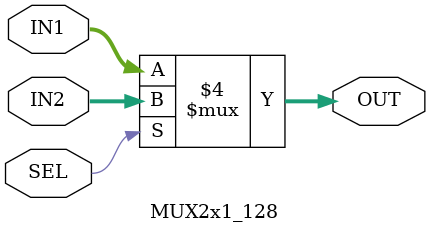
<source format=v>

module MUX2x1_128 #(parameter BLOCK_LENGTH = 128)
(
input wire  [BLOCK_LENGTH-1:0] IN1, 
input wire  [BLOCK_LENGTH-1:0] IN2,
input wire 					   SEL,
output reg [BLOCK_LENGTH-1:0] OUT
); 


always@(*)
begin
 if(!SEL)
	OUT = IN1; 
 else 
	OUT = IN2; 
end 



endmodule

</source>
